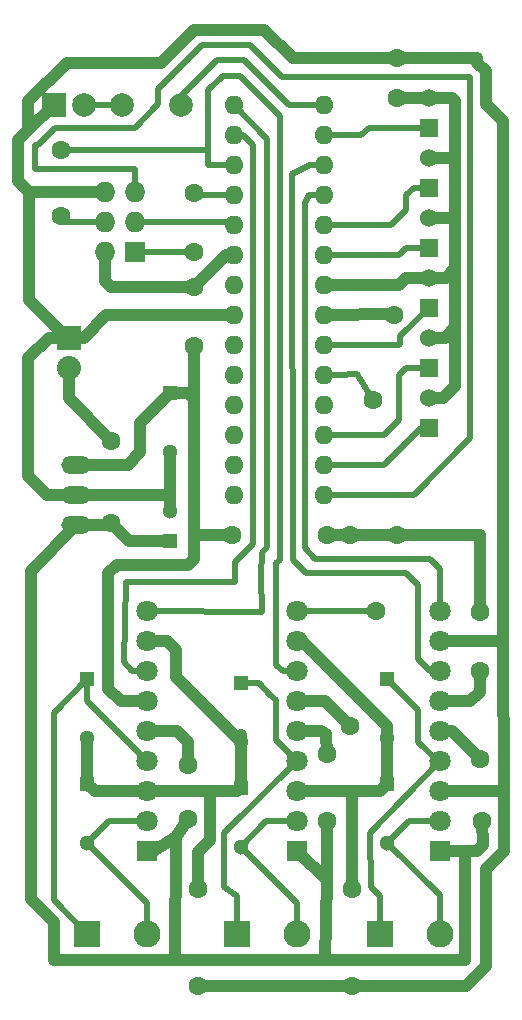
<source format=gbr>
G04 #@! TF.FileFunction,Copper,L2,Bot,Signal*
%FSLAX46Y46*%
G04 Gerber Fmt 4.6, Leading zero omitted, Abs format (unit mm)*
G04 Created by KiCad (PCBNEW 4.0.2-1.fc23-product) date ma 30. toukokuuta 2016 17.29.37*
%MOMM*%
G01*
G04 APERTURE LIST*
%ADD10C,0.100000*%
%ADD11R,1.800000X1.800000*%
%ADD12C,1.800000*%
%ADD13R,1.524000X1.524000*%
%ADD14C,1.524000*%
%ADD15C,1.998980*%
%ADD16O,1.600000X1.600000*%
%ADD17R,1.300000X1.300000*%
%ADD18C,1.300000*%
%ADD19R,2.000000X2.000000*%
%ADD20C,2.000000*%
%ADD21R,2.286000X2.286000*%
%ADD22C,2.286000*%
%ADD23R,2.032000X2.032000*%
%ADD24O,2.032000X2.032000*%
%ADD25R,1.727200X1.727200*%
%ADD26O,1.727200X1.727200*%
%ADD27O,2.499360X1.501140*%
%ADD28C,1.600000*%
%ADD29C,1.000000*%
%ADD30C,0.500000*%
G04 APERTURE END LIST*
D10*
D11*
X136842500Y-164782500D03*
D12*
X136842500Y-162242500D03*
X136842500Y-159702500D03*
X136842500Y-157162500D03*
X136842500Y-154622500D03*
X136842500Y-152082500D03*
X136842500Y-149542500D03*
X136842500Y-147002500D03*
X136842500Y-144462500D03*
D13*
X135890000Y-123825000D03*
D14*
X135890000Y-121285000D03*
D15*
X114894360Y-101600000D03*
X109893100Y-101600000D03*
D16*
X127000000Y-134620000D03*
X127000000Y-132080000D03*
X127000000Y-129540000D03*
X127000000Y-127000000D03*
X127000000Y-124460000D03*
X127000000Y-121920000D03*
X127000000Y-119380000D03*
X127000000Y-116840000D03*
X127000000Y-114300000D03*
X127000000Y-111760000D03*
X127000000Y-109220000D03*
X127000000Y-106680000D03*
X127000000Y-104140000D03*
X127000000Y-101600000D03*
X119380000Y-101600000D03*
X119380000Y-104140000D03*
X119380000Y-106680000D03*
X119380000Y-109220000D03*
X119380000Y-111760000D03*
X119380000Y-114300000D03*
X119380000Y-116840000D03*
X119380000Y-119380000D03*
X119380000Y-121920000D03*
X119380000Y-124460000D03*
X119380000Y-127000000D03*
X119380000Y-129540000D03*
X119380000Y-132080000D03*
X119380000Y-134620000D03*
D17*
X114000000Y-138500000D03*
D18*
X114000000Y-136000000D03*
D17*
X114000000Y-126000000D03*
D18*
X114000000Y-131000000D03*
D17*
X106997500Y-150177500D03*
D18*
X106997500Y-155177500D03*
D17*
X106997500Y-159067500D03*
D18*
X106997500Y-164067500D03*
D17*
X120015000Y-150495000D03*
D18*
X120015000Y-155495000D03*
D17*
X120015000Y-159385000D03*
D18*
X120015000Y-164385000D03*
D17*
X132397500Y-150177500D03*
D18*
X132397500Y-155177500D03*
D17*
X132397500Y-159067500D03*
D18*
X132397500Y-164067500D03*
D19*
X104140000Y-101600000D03*
D20*
X106680000Y-101600000D03*
D21*
X106997500Y-171767500D03*
D22*
X112077500Y-171767500D03*
D21*
X119697500Y-171767500D03*
D22*
X124777500Y-171767500D03*
D21*
X131762500Y-171767500D03*
D22*
X136842500Y-171767500D03*
D23*
X105410000Y-121285000D03*
D24*
X105410000Y-123825000D03*
D25*
X111000000Y-114000000D03*
D26*
X108460000Y-114000000D03*
X111000000Y-111460000D03*
X108460000Y-111460000D03*
X111000000Y-108920000D03*
X108460000Y-108920000D03*
D13*
X135890000Y-103505000D03*
D14*
X135890000Y-100965000D03*
D13*
X135890000Y-108585000D03*
D14*
X135890000Y-106045000D03*
D13*
X135890000Y-113665000D03*
D14*
X135890000Y-111125000D03*
D13*
X135890000Y-118745000D03*
D14*
X135890000Y-116205000D03*
D13*
X135890000Y-128905000D03*
D14*
X135890000Y-126365000D03*
D11*
X112077500Y-164782500D03*
D12*
X112077500Y-162242500D03*
X112077500Y-159702500D03*
X112077500Y-157162500D03*
X112077500Y-154622500D03*
X112077500Y-152082500D03*
X112077500Y-149542500D03*
X112077500Y-147002500D03*
X112077500Y-144462500D03*
D11*
X124777500Y-164782500D03*
D12*
X124777500Y-162242500D03*
X124777500Y-159702500D03*
X124777500Y-157162500D03*
X124777500Y-154622500D03*
X124777500Y-152082500D03*
X124777500Y-149542500D03*
X124777500Y-147002500D03*
X124777500Y-144462500D03*
D27*
X106045000Y-134620000D03*
X106045000Y-137160000D03*
X106045000Y-132080000D03*
D28*
X129200000Y-138000000D03*
X129200000Y-154200000D03*
X116000000Y-117000000D03*
X116000000Y-122000000D03*
X133200000Y-138000000D03*
X133000000Y-119400000D03*
X140250000Y-149500000D03*
X140250000Y-144500000D03*
X127250000Y-138000000D03*
X119250000Y-138000000D03*
X116400000Y-176200000D03*
X116400000Y-168000000D03*
X129400000Y-176200000D03*
X129400000Y-168000000D03*
X133200000Y-97600000D03*
X133200000Y-101000000D03*
X140250000Y-157000000D03*
X140400000Y-162200000D03*
X127250000Y-156500000D03*
X127250000Y-162250000D03*
X115500000Y-157500000D03*
X115500000Y-162000000D03*
X109000000Y-130000000D03*
X109000000Y-137000000D03*
X131400000Y-144400000D03*
X131200000Y-126600000D03*
X104800000Y-105400000D03*
X104800000Y-111000000D03*
X116000000Y-109000000D03*
X116000000Y-114000000D03*
D29*
X124777500Y-152082500D02*
X127082500Y-152082500D01*
X129200000Y-154200000D02*
X127082500Y-152082500D01*
X112077500Y-152082500D02*
X109832500Y-152082500D01*
X116000000Y-140000000D02*
X116000000Y-138000000D01*
X115500000Y-140500000D02*
X116000000Y-140000000D01*
X109500000Y-140500000D02*
X115500000Y-140500000D01*
X108750000Y-141250000D02*
X109500000Y-140500000D01*
X108750000Y-151000000D02*
X108750000Y-141250000D01*
X109832500Y-152082500D02*
X108750000Y-151000000D01*
X116000000Y-126750000D02*
X116000000Y-122000000D01*
X127000000Y-119380000D02*
X132880000Y-119280000D01*
X133200000Y-138000000D02*
X133200000Y-138000000D01*
X132880000Y-119280000D02*
X133000000Y-119400000D01*
X116000000Y-138000000D02*
X119250000Y-138000000D01*
X139417500Y-152082500D02*
X137667500Y-152082500D01*
X140250000Y-151250000D02*
X139417500Y-152082500D01*
X140250000Y-149500000D02*
X140250000Y-151250000D01*
X140250000Y-138000000D02*
X140250000Y-144500000D01*
X127250000Y-138000000D02*
X129200000Y-138000000D01*
X129200000Y-138000000D02*
X133200000Y-138000000D01*
X133200000Y-138000000D02*
X140250000Y-138000000D01*
X137667500Y-152082500D02*
X136842500Y-152082500D01*
X137667500Y-152082500D02*
X136842500Y-152082500D01*
X114000000Y-126000000D02*
X115500000Y-126000000D01*
X116000000Y-126500000D02*
X116000000Y-126750000D01*
X116000000Y-126750000D02*
X116000000Y-137000000D01*
X116000000Y-137000000D02*
X116000000Y-138000000D01*
X115500000Y-126000000D02*
X116000000Y-126500000D01*
X106045000Y-132080000D02*
X110420000Y-132080000D01*
X111500000Y-128500000D02*
X114000000Y-126000000D01*
X111500000Y-131000000D02*
X111500000Y-128500000D01*
X110420000Y-132080000D02*
X111500000Y-131000000D01*
X119380000Y-114300000D02*
X118700000Y-114300000D01*
X118700000Y-114300000D02*
X116000000Y-117000000D01*
X116000000Y-117000000D02*
X112000000Y-117000000D01*
X108460000Y-116460000D02*
X108460000Y-114000000D01*
X109000000Y-117000000D02*
X108460000Y-116460000D01*
X112000000Y-117000000D02*
X109000000Y-117000000D01*
X102000000Y-101250000D02*
X102000000Y-103740000D01*
X102000000Y-101250000D02*
X105250000Y-98000000D01*
X140000000Y-97600000D02*
X140000000Y-98000000D01*
X140750000Y-101500000D02*
X142200000Y-102950000D01*
X140750000Y-98750000D02*
X140750000Y-101500000D01*
X140000000Y-98000000D02*
X140750000Y-98750000D01*
X142297500Y-164750000D02*
X142250002Y-164750000D01*
X140750000Y-174500000D02*
X139050000Y-176200000D01*
X140750000Y-166250002D02*
X140750000Y-174500000D01*
X142250002Y-164750000D02*
X140750000Y-166250002D01*
X132397500Y-155177500D02*
X132397500Y-154197500D01*
X132397500Y-154197500D02*
X125202500Y-147002500D01*
X125202500Y-147002500D02*
X124777500Y-147002500D01*
X142200000Y-147000000D02*
X142200000Y-102950000D01*
X140000000Y-97600000D02*
X133200000Y-97600000D01*
X142297500Y-159702500D02*
X142297500Y-164750000D01*
X139050000Y-176200000D02*
X129400000Y-176200000D01*
X117400000Y-159702500D02*
X117400000Y-162600000D01*
X116400000Y-176200000D02*
X129400000Y-176200000D01*
X116400000Y-164800000D02*
X116400000Y-168000000D01*
X117349998Y-163850002D02*
X116400000Y-164800000D01*
X117349998Y-162650002D02*
X117349998Y-163850002D01*
X117400000Y-162600000D02*
X117349998Y-162650002D01*
X129400000Y-168000000D02*
X129400000Y-159702500D01*
X142297500Y-159702500D02*
X142302500Y-159702500D01*
X105250000Y-98000000D02*
X113200000Y-98000000D01*
X113200000Y-98000000D02*
X116000000Y-95200000D01*
X116000000Y-95200000D02*
X121000002Y-95200000D01*
X121000002Y-95200000D02*
X122000000Y-95200000D01*
X122000000Y-95200000D02*
X124400000Y-97600000D01*
X124400000Y-97600000D02*
X133200000Y-97600000D01*
X133235000Y-100965000D02*
X135890000Y-100965000D01*
X133200000Y-101000000D02*
X133235000Y-100965000D01*
X138149998Y-120400000D02*
X138149998Y-125349998D01*
X137134996Y-126365000D02*
X135890000Y-126365000D01*
X138149998Y-125349998D02*
X137134996Y-126365000D01*
X138149998Y-115400000D02*
X138149998Y-120400000D01*
X137264998Y-121285000D02*
X135890000Y-121285000D01*
X138149998Y-120400000D02*
X137264998Y-121285000D01*
X138149998Y-110800000D02*
X138149998Y-115400000D01*
X137344998Y-116205000D02*
X135890000Y-116205000D01*
X138149998Y-115400000D02*
X137344998Y-116205000D01*
X135890000Y-111125000D02*
X137824998Y-111125000D01*
X138149998Y-110800000D02*
X138149998Y-105800000D01*
X137824998Y-111125000D02*
X138149998Y-110800000D01*
X135890000Y-100965000D02*
X137835000Y-100965000D01*
X137835000Y-100965000D02*
X138149998Y-101279998D01*
X138149998Y-101279998D02*
X138149998Y-105800000D01*
X137904998Y-106045000D02*
X135890000Y-106045000D01*
X138149998Y-105800000D02*
X137904998Y-106045000D01*
X102080000Y-108920000D02*
X102320000Y-108920000D01*
X108460000Y-108920000D02*
X102320000Y-108920000D01*
X112077500Y-147002500D02*
X113747500Y-147002500D01*
X114500000Y-149980000D02*
X120015000Y-155495000D01*
X114500000Y-147755000D02*
X114500000Y-149980000D01*
X113747500Y-147002500D02*
X114500000Y-147755000D01*
X136842500Y-159702500D02*
X142297500Y-159702500D01*
X142297500Y-159702500D02*
X142297500Y-159702500D01*
X142200000Y-147000000D02*
X136842500Y-147002500D01*
X142297500Y-159702500D02*
X142302500Y-159702500D01*
X142302500Y-159702500D02*
X142200000Y-147000000D01*
X112077500Y-159702500D02*
X117400000Y-159702500D01*
X117400000Y-159702500D02*
X119697500Y-159702500D01*
X119697500Y-159702500D02*
X120015000Y-159385000D01*
X106045000Y-134620000D02*
X114000000Y-134620000D01*
X114000000Y-136000000D02*
X114000000Y-134620000D01*
X114000000Y-134620000D02*
X114000000Y-131000000D01*
X106045000Y-134620000D02*
X103620000Y-134620000D01*
X103715000Y-121285000D02*
X105410000Y-121285000D01*
X102000000Y-123000000D02*
X103715000Y-121285000D01*
X102000000Y-133000000D02*
X102000000Y-123000000D01*
X103620000Y-134620000D02*
X102000000Y-133000000D01*
X105410000Y-121285000D02*
X106715000Y-121285000D01*
X106715000Y-121285000D02*
X108620000Y-119380000D01*
X108620000Y-119380000D02*
X119380000Y-119380000D01*
X105410000Y-121285000D02*
X105285000Y-121285000D01*
X105285000Y-121285000D02*
X102080000Y-118080000D01*
X102080000Y-118080000D02*
X102080000Y-108920000D01*
X101160000Y-104580000D02*
X101170000Y-104570000D01*
X101170000Y-104570000D02*
X102000000Y-103740000D01*
X102000000Y-103740000D02*
X104140000Y-101600000D01*
X102080000Y-108920000D02*
X101160000Y-108000000D01*
X101160000Y-108000000D02*
X101160000Y-104580000D01*
X127000000Y-116840000D02*
X133350000Y-116840000D01*
X133985000Y-116205000D02*
X135890000Y-116205000D01*
X133350000Y-116840000D02*
X133985000Y-116205000D01*
X124777500Y-159702500D02*
X129400000Y-159702500D01*
X129400000Y-159702500D02*
X129250000Y-159702500D01*
X129250000Y-159702500D02*
X131762500Y-159702500D01*
X131762500Y-159702500D02*
X132397500Y-159067500D01*
X112077500Y-159702500D02*
X107632500Y-159702500D01*
X107632500Y-159702500D02*
X106997500Y-159067500D01*
X120015000Y-155495000D02*
X120015000Y-154940000D01*
X119697500Y-159702500D02*
X120015000Y-159385000D01*
X120015000Y-159385000D02*
X120015000Y-155495000D01*
X106997500Y-159067500D02*
X106997500Y-155177500D01*
X132397500Y-159067500D02*
X132397500Y-155177500D01*
X139000000Y-164782500D02*
X139000000Y-173991147D01*
X102200000Y-168800000D02*
X102262230Y-168800000D01*
X104200000Y-170737770D02*
X104200000Y-174000000D01*
X102262230Y-168800000D02*
X104200000Y-170737770D01*
X114400000Y-174000000D02*
X104200000Y-174000000D01*
X102200000Y-141005000D02*
X106045000Y-137160000D01*
X102200000Y-168800000D02*
X102200000Y-141005000D01*
X139000000Y-173991147D02*
X127108881Y-173991147D01*
X136842500Y-154622500D02*
X137872500Y-154622500D01*
X137872500Y-154622500D02*
X140250000Y-157000000D01*
X140400000Y-162200000D02*
X140500000Y-164250000D01*
X139967500Y-164782500D02*
X139000000Y-164782500D01*
X139000000Y-164782500D02*
X136842500Y-164782500D01*
X140500000Y-164250000D02*
X139967500Y-164782500D01*
X114000000Y-138500000D02*
X110500000Y-138500000D01*
X110500000Y-138500000D02*
X109000000Y-137000000D01*
X127261810Y-167234769D02*
X127250000Y-162250000D01*
X126750000Y-154622500D02*
X124777500Y-154622500D01*
X127200136Y-154849068D02*
X126750000Y-154622500D01*
X127250000Y-156500000D02*
X127200136Y-154849068D01*
X114512549Y-163593659D02*
X115500000Y-162000000D01*
X114622500Y-154622500D02*
X112077500Y-154622500D01*
X115500000Y-155500000D02*
X114622500Y-154622500D01*
X115500000Y-157500000D02*
X115500000Y-155500000D01*
X112077500Y-164782500D02*
X112077500Y-165077500D01*
X112077500Y-165077500D02*
X114512549Y-163593659D01*
X114512549Y-163593659D02*
X114400000Y-174000000D01*
X125749625Y-173993684D02*
X127108881Y-173991147D01*
X117236859Y-174006150D02*
X125749625Y-173993684D01*
X114400000Y-174000000D02*
X117236859Y-174006150D01*
X127108881Y-173991147D02*
X127261810Y-167234769D01*
X127261810Y-167234769D02*
X124777500Y-164782500D01*
X106045000Y-137160000D02*
X108840000Y-137160000D01*
X108840000Y-137160000D02*
X109000000Y-137000000D01*
X105410000Y-126410000D02*
X105410000Y-123825000D01*
X109000000Y-130000000D02*
X105410000Y-126410000D01*
D30*
X106997500Y-171767500D02*
X104140000Y-168910000D01*
X104140000Y-168910000D02*
X104140000Y-153035000D01*
X104140000Y-153035000D02*
X106997500Y-150177500D01*
X106997500Y-150177500D02*
X106997500Y-152082500D01*
X106997500Y-152082500D02*
X112077500Y-157162500D01*
X112077500Y-171767500D02*
X112077500Y-169147500D01*
X112077500Y-169147500D02*
X106997500Y-164067500D01*
X112077500Y-162242500D02*
X108822500Y-162242500D01*
X108822500Y-162242500D02*
X106997500Y-164067500D01*
X119697500Y-171767500D02*
X119697500Y-168592500D01*
X118600000Y-163200000D02*
X124777500Y-157162500D01*
X118600000Y-167800000D02*
X118600000Y-163200000D01*
X119697500Y-168592500D02*
X118600000Y-167800000D01*
X120015000Y-150495000D02*
X121495000Y-150495000D01*
X123000000Y-155385000D02*
X124777500Y-157162500D01*
X123000000Y-152000000D02*
X123000000Y-155385000D01*
X122500000Y-151500000D02*
X123000000Y-152000000D01*
X121495000Y-150495000D02*
X122500000Y-151500000D01*
X124777500Y-171767500D02*
X124777500Y-169147500D01*
X124777500Y-169147500D02*
X120015000Y-164385000D01*
X124777500Y-162242500D02*
X122157500Y-162242500D01*
X122157500Y-162242500D02*
X120015000Y-164385000D01*
X136842500Y-157162500D02*
X136662500Y-157162500D01*
X136662500Y-157162500D02*
X135000000Y-155500000D01*
X135000000Y-152780000D02*
X132397500Y-150177500D01*
X135000000Y-155500000D02*
X135000000Y-152780000D01*
X131762500Y-171767500D02*
X131762500Y-168592500D01*
X131762500Y-168592500D02*
X130990152Y-167759127D01*
X130990152Y-167759127D02*
X130950598Y-163239824D01*
X130950598Y-163239824D02*
X136842500Y-157162500D01*
X136842500Y-171767500D02*
X136842500Y-168512500D01*
X136842500Y-168512500D02*
X132397500Y-164067500D01*
X136842500Y-162242500D02*
X134222500Y-162242500D01*
X134222500Y-162242500D02*
X132397500Y-164067500D01*
X134222500Y-162242500D02*
X132397500Y-164067500D01*
X109893100Y-101600000D02*
X106680000Y-101600000D01*
X111000000Y-107000000D02*
X102600000Y-107000000D01*
X102800000Y-105000000D02*
X104300000Y-103500000D01*
X102600000Y-105000000D02*
X102800000Y-105000000D01*
X102600000Y-107000000D02*
X102600000Y-105000000D01*
X111000000Y-108920000D02*
X111000000Y-107000000D01*
X104300000Y-103500000D02*
X111000000Y-103500000D01*
X134630000Y-134620000D02*
X139400000Y-129800000D01*
X139400000Y-129800000D02*
X139400000Y-99200000D01*
X139400000Y-99200000D02*
X137250000Y-99250000D01*
X137250000Y-99250000D02*
X123500000Y-99250000D01*
X123500000Y-99250000D02*
X120750000Y-96500000D01*
X120750000Y-96500000D02*
X116750000Y-96500000D01*
X116750000Y-96500000D02*
X113000000Y-100250000D01*
X113000000Y-100250000D02*
X113000000Y-101500000D01*
X113000000Y-101500000D02*
X111000000Y-103500000D01*
X127000000Y-134620000D02*
X134630000Y-134620000D01*
X127000000Y-132080000D02*
X132080000Y-132080000D01*
X132080000Y-132080000D02*
X135255000Y-128905000D01*
X135255000Y-128905000D02*
X135890000Y-128905000D01*
X127000000Y-129540000D02*
X132080000Y-129540000D01*
X133985000Y-123825000D02*
X135890000Y-123825000D01*
X133350000Y-124460000D02*
X133985000Y-123825000D01*
X133350000Y-128270000D02*
X133350000Y-124460000D01*
X132080000Y-129540000D02*
X133350000Y-128270000D01*
X127000000Y-124460000D02*
X128210000Y-124460000D01*
X128287500Y-144462500D02*
X124777500Y-144462500D01*
X131400000Y-144400000D02*
X128287500Y-144462500D01*
X129800000Y-124400000D02*
X131200000Y-126600000D01*
X128210000Y-124460000D02*
X129800000Y-124400000D01*
X127000000Y-111760000D02*
X129540000Y-111760000D01*
X134620000Y-108585000D02*
X135890000Y-108585000D01*
X133985000Y-109220000D02*
X134620000Y-108585000D01*
X133985000Y-110490000D02*
X133985000Y-109220000D01*
X132715000Y-111760000D02*
X133985000Y-110490000D01*
X129540000Y-111760000D02*
X132715000Y-111760000D01*
X127000000Y-109220000D02*
X125780000Y-109220000D01*
X125780000Y-109220000D02*
X125402108Y-109888061D01*
X125402108Y-109888061D02*
X125420036Y-139128537D01*
X125420036Y-139128537D02*
X126250000Y-140000000D01*
X126250000Y-140000000D02*
X136000000Y-140000000D01*
X136000000Y-140000000D02*
X136842500Y-140842500D01*
X136842500Y-140842500D02*
X136842500Y-144462500D01*
X136842500Y-149542500D02*
X136042500Y-149542500D01*
X136042500Y-149542500D02*
X135000000Y-148500000D01*
X135000000Y-148500000D02*
X135000000Y-142250000D01*
X135000000Y-142250000D02*
X134000000Y-141250000D01*
X134000000Y-141250000D02*
X125500000Y-141250000D01*
X125500000Y-141250000D02*
X124400000Y-140150000D01*
X124400000Y-140150000D02*
X124350000Y-107450000D01*
X124350000Y-107450000D02*
X125820000Y-106680000D01*
X125820000Y-106680000D02*
X127000000Y-106680000D01*
X127000000Y-101600000D02*
X124100000Y-101600000D01*
X118000000Y-97750000D02*
X114894360Y-100855640D01*
X120250000Y-97750000D02*
X118000000Y-97750000D01*
X124100000Y-101600000D02*
X120250000Y-97750000D01*
X114894360Y-100855640D02*
X114894360Y-101600000D01*
X119380000Y-101600000D02*
X119380000Y-101630000D01*
X119380000Y-101630000D02*
X122250000Y-104500000D01*
X122250000Y-104500000D02*
X122250000Y-139000000D01*
X122250000Y-139000000D02*
X121750000Y-139500000D01*
X121750000Y-139500000D02*
X121740259Y-141500648D01*
X121740259Y-141500648D02*
X121749251Y-144500002D01*
X121749251Y-144500002D02*
X112077500Y-144462500D01*
X119380000Y-104140000D02*
X120140000Y-104140000D01*
X120140000Y-104140000D02*
X121000000Y-105000000D01*
X121000000Y-105000000D02*
X121000000Y-138750000D01*
X121000000Y-138750000D02*
X119500000Y-140250000D01*
X119500000Y-140250000D02*
X119500000Y-142000000D01*
X119500000Y-142000000D02*
X110252521Y-142000043D01*
X110252521Y-142000043D02*
X110138323Y-148744011D01*
X110138323Y-148744011D02*
X110792500Y-149542500D01*
X110792500Y-149542500D02*
X112077500Y-149542500D01*
X108460000Y-111460000D02*
X104660000Y-111460000D01*
X104800000Y-105400000D02*
X117250000Y-105400000D01*
X104660000Y-111460000D02*
X104800000Y-111000000D01*
X124777500Y-149542500D02*
X123542500Y-149542500D01*
X117250000Y-100300000D02*
X118450000Y-99100000D01*
X118450000Y-99100000D02*
X119900000Y-99100000D01*
X119900000Y-99100000D02*
X123300000Y-102500000D01*
X123300000Y-102500000D02*
X123300000Y-108250000D01*
X123300000Y-108250000D02*
X123300000Y-116900000D01*
X123300000Y-116900000D02*
X123300000Y-131450000D01*
X123300000Y-131450000D02*
X123300000Y-140100000D01*
X117250000Y-100300000D02*
X117250000Y-105400000D01*
X117250000Y-105400000D02*
X117250000Y-106000000D01*
X117250000Y-106000000D02*
X117250000Y-106680000D01*
X123000000Y-140400000D02*
X123300000Y-140100000D01*
X123000000Y-149000000D02*
X123000000Y-140400000D01*
X123542500Y-149542500D02*
X123000000Y-149000000D01*
X117250000Y-106680000D02*
X119380000Y-106680000D01*
X111000000Y-114000000D02*
X116000000Y-114000000D01*
X116220000Y-109220000D02*
X119380000Y-109220000D01*
X116000000Y-109000000D02*
X116220000Y-109220000D01*
X111000000Y-111460000D02*
X119080000Y-111460000D01*
X119080000Y-111460000D02*
X119380000Y-111760000D01*
X127000000Y-104140000D02*
X130175000Y-104140000D01*
X130810000Y-103505000D02*
X135890000Y-103505000D01*
X130175000Y-104140000D02*
X130810000Y-103505000D01*
X127000000Y-121920000D02*
X133420000Y-121920000D01*
X133500000Y-121135000D02*
X135890000Y-118745000D01*
X133500000Y-121840000D02*
X133500000Y-121135000D01*
X133420000Y-121920000D02*
X133500000Y-121840000D01*
X127000000Y-114300000D02*
X133350000Y-114300000D01*
X133985000Y-113665000D02*
X135890000Y-113665000D01*
X133350000Y-114300000D02*
X133985000Y-113665000D01*
M02*

</source>
